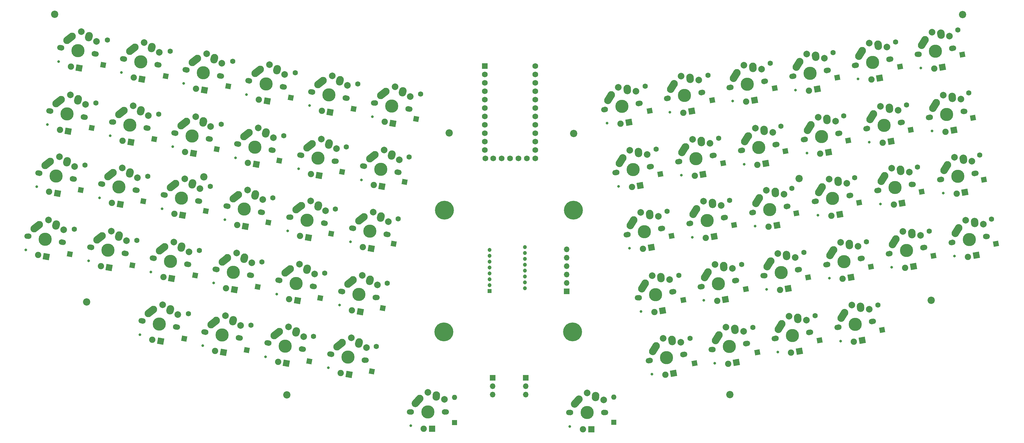
<source format=gbr>
G04 #@! TF.GenerationSoftware,KiCad,Pcbnew,(6.0.7)*
G04 #@! TF.CreationDate,2022-11-04T00:11:21-07:00*
G04 #@! TF.ProjectId,gigan rev2,67696761-6e20-4726-9576-322e6b696361,rev?*
G04 #@! TF.SameCoordinates,Original*
G04 #@! TF.FileFunction,Soldermask,Top*
G04 #@! TF.FilePolarity,Negative*
%FSLAX46Y46*%
G04 Gerber Fmt 4.6, Leading zero omitted, Abs format (unit mm)*
G04 Created by KiCad (PCBNEW (6.0.7)) date 2022-11-04 00:11:21*
%MOMM*%
%LPD*%
G01*
G04 APERTURE LIST*
G04 Aperture macros list*
%AMHorizOval*
0 Thick line with rounded ends*
0 $1 width*
0 $2 $3 position (X,Y) of the first rounded end (center of the circle)*
0 $4 $5 position (X,Y) of the second rounded end (center of the circle)*
0 Add line between two ends*
20,1,$1,$2,$3,$4,$5,0*
0 Add two circle primitives to create the rounded ends*
1,1,$1,$2,$3*
1,1,$1,$4,$5*%
%AMRotRect*
0 Rectangle, with rotation*
0 The origin of the aperture is its center*
0 $1 length*
0 $2 width*
0 $3 Rotation angle, in degrees counterclockwise*
0 Add horizontal line*
21,1,$1,$2,0,0,$3*%
G04 Aperture macros list end*
%ADD10RotRect,1.600000X1.600000X80.000000*%
%ADD11HorizOval,1.600000X0.000000X0.000000X0.000000X0.000000X0*%
%ADD12C,1.700000*%
%ADD13C,1.750000*%
%ADD14C,0.800000*%
%ADD15C,3.987800*%
%ADD16HorizOval,2.250000X0.771809X0.605175X-0.771809X-0.605175X0*%
%ADD17C,2.250000*%
%ADD18C,2.000000*%
%ADD19HorizOval,2.250000X0.069832X0.282177X-0.069832X-0.282177X0*%
%ADD20C,1.905000*%
%ADD21RotRect,1.905000X1.905000X350.000000*%
%ADD22HorizOval,2.250000X0.654995X0.730004X-0.654995X-0.730004X0*%
%ADD23HorizOval,2.250000X0.019771X0.290016X-0.019771X-0.290016X0*%
%ADD24R,1.905000X1.905000*%
%ADD25RotRect,1.600000X1.600000X100.000000*%
%ADD26HorizOval,1.600000X0.000000X0.000000X0.000000X0.000000X0*%
%ADD27HorizOval,2.250000X0.518281X0.832653X-0.518281X-0.832653X0*%
%ADD28HorizOval,2.250000X-0.030890X0.289043X0.030890X-0.289043X0*%
%ADD29RotRect,1.905000X1.905000X10.000000*%
%ADD30C,2.200000*%
%ADD31R,1.700000X1.700000*%
%ADD32O,1.700000X1.700000*%
%ADD33C,5.700000*%
%ADD34R,1.600000X1.600000*%
%ADD35O,1.600000X1.600000*%
%ADD36R,1.752600X1.752600*%
%ADD37C,1.752600*%
%ADD38R,1.200000X1.200000*%
%ADD39C,1.200000*%
G04 APERTURE END LIST*
D10*
X115993026Y-139431893D03*
D11*
X117316225Y-131927658D03*
D12*
X169954448Y-87252676D03*
D13*
X180373714Y-89089874D03*
X170368068Y-87325608D03*
D12*
X180787334Y-89162806D03*
D14*
X169500872Y-91437490D03*
D15*
X175370891Y-88207741D03*
D16*
X172831649Y-84439555D03*
D17*
X173603464Y-83834390D03*
D18*
X176395415Y-82397375D03*
X180954793Y-85333712D03*
D19*
X178684159Y-83928050D03*
D17*
X178754435Y-83645984D03*
D20*
X173238052Y-92990031D03*
D21*
X175739464Y-93431098D03*
D12*
X239878000Y-180937600D03*
D13*
X229298000Y-180937600D03*
D12*
X228878000Y-180937600D03*
D15*
X234378000Y-180937600D03*
D13*
X239458000Y-180937600D03*
D14*
X229158000Y-185137600D03*
D22*
X231222995Y-177667596D03*
D17*
X231878000Y-176937600D03*
D18*
X234378000Y-175037600D03*
D17*
X236918000Y-175857600D03*
D18*
X239378000Y-177137600D03*
D23*
X236897771Y-176147584D03*
D20*
X233108000Y-186017600D03*
D24*
X235648000Y-186017600D03*
D10*
X103660042Y-98208416D03*
D11*
X104983241Y-90704181D03*
D12*
X155248945Y-123708539D03*
D15*
X149832502Y-122753474D03*
D13*
X154835325Y-123635607D03*
X144829679Y-121871341D03*
D14*
X143962483Y-125983223D03*
D12*
X144416059Y-121798409D03*
D16*
X147293260Y-118985288D03*
D18*
X150857026Y-116943108D03*
D17*
X148065075Y-118380123D03*
X153216046Y-118191717D03*
D18*
X155416404Y-119879445D03*
D19*
X153145770Y-118473783D03*
D20*
X147699663Y-127535764D03*
D21*
X150201075Y-127976831D03*
D25*
X332100405Y-95386948D03*
D26*
X330777206Y-87882713D03*
D13*
X116863894Y-116940219D03*
D12*
X106444628Y-115103021D03*
D13*
X106858248Y-115175953D03*
D12*
X117277514Y-117013151D03*
D15*
X111861071Y-116058086D03*
D14*
X105991052Y-119287835D03*
D17*
X110093644Y-111684735D03*
D18*
X112885595Y-110247720D03*
D16*
X109321829Y-112289900D03*
D19*
X115174339Y-111778395D03*
D18*
X117444973Y-113184057D03*
D17*
X115244615Y-111496329D03*
D20*
X109728232Y-120840376D03*
D21*
X112229644Y-121281443D03*
D13*
X135824595Y-120283502D03*
D12*
X136238215Y-120356434D03*
D15*
X130821772Y-119401369D03*
D14*
X124951753Y-122631118D03*
D12*
X125405329Y-118446304D03*
D13*
X125818949Y-118519236D03*
D17*
X129054345Y-115028018D03*
D16*
X128282530Y-115633183D03*
D18*
X131846296Y-113591003D03*
D17*
X134205316Y-114839612D03*
D19*
X134135040Y-115121678D03*
D18*
X136405674Y-116527340D03*
D20*
X128688933Y-124183659D03*
D21*
X131190345Y-124624726D03*
D15*
X118438759Y-78169072D03*
D14*
X112568740Y-81398821D03*
D13*
X123441582Y-79051205D03*
D12*
X123855202Y-79124137D03*
D13*
X113435936Y-77286939D03*
D12*
X113022316Y-77214007D03*
D16*
X115899517Y-74400886D03*
D17*
X116671332Y-73795721D03*
D18*
X119463283Y-72358706D03*
X124022661Y-75295043D03*
D19*
X121752027Y-73889381D03*
D17*
X121822303Y-73607315D03*
D20*
X116305920Y-82951362D03*
D21*
X118807332Y-83392429D03*
D13*
X315578966Y-75871381D03*
D14*
X316170415Y-80031884D03*
D15*
X320581789Y-74989248D03*
D12*
X315165346Y-75944313D03*
X325998232Y-74034183D03*
D13*
X325584612Y-74107115D03*
D27*
X316906886Y-72316783D03*
D18*
X319557265Y-69178882D03*
D17*
X317425177Y-71484137D03*
D28*
X322231502Y-69834450D03*
D17*
X322201068Y-69545358D03*
D18*
X324845965Y-70378738D03*
D20*
X320213216Y-80212605D03*
D29*
X322714628Y-79771538D03*
D10*
X175965248Y-129888982D03*
D11*
X177288447Y-122384747D03*
D10*
X160359673Y-108102923D03*
D11*
X161682872Y-100598688D03*
D25*
X328839537Y-76308548D03*
D13*
X110116218Y-96406544D03*
D15*
X115119041Y-97288677D03*
D12*
X109702598Y-96333612D03*
D14*
X109249022Y-100518426D03*
D12*
X120535484Y-98243742D03*
D13*
X120121864Y-98170810D03*
D17*
X113351614Y-92915326D03*
D18*
X116143565Y-91478311D03*
D16*
X112579799Y-93520491D03*
D17*
X118502585Y-92726920D03*
D18*
X120702943Y-94414648D03*
D19*
X118432309Y-93008986D03*
D20*
X112986202Y-102070967D03*
D21*
X115487614Y-102512034D03*
D30*
X143700000Y-175603600D03*
X277456400Y-175552800D03*
D25*
X328839537Y-76308548D03*
D26*
X327516338Y-68804313D03*
D30*
X73596000Y-60440000D03*
D13*
X157127376Y-163294931D03*
D12*
X156713756Y-163221999D03*
D15*
X162130199Y-164177064D03*
D12*
X167546642Y-165132129D03*
D13*
X167133022Y-165059197D03*
D14*
X156260180Y-167406813D03*
D16*
X159590957Y-160408878D03*
D17*
X160362772Y-159803713D03*
D18*
X163154723Y-158366698D03*
D19*
X165443467Y-159897373D03*
D17*
X165513743Y-159615307D03*
D18*
X167714101Y-161303035D03*
D20*
X159997360Y-168959354D03*
D21*
X162498772Y-169400421D03*
D31*
X205879200Y-170472800D03*
D32*
X205879200Y-173012800D03*
X205879200Y-175552800D03*
D12*
X191821200Y-180734400D03*
D13*
X191401200Y-180734400D03*
D15*
X186321200Y-180734400D03*
D14*
X181101200Y-184934400D03*
D12*
X180821200Y-180734400D03*
D13*
X181241200Y-180734400D03*
D22*
X183166195Y-177464396D03*
D17*
X183821200Y-176734400D03*
D18*
X186321200Y-174834400D03*
X191321200Y-176934400D03*
D23*
X188840971Y-175944384D03*
D17*
X188861200Y-175654400D03*
D20*
X185051200Y-185814400D03*
D24*
X187591200Y-185814400D03*
D10*
X97079454Y-136406422D03*
D11*
X98402653Y-128902187D03*
D12*
X261803076Y-105058483D03*
D13*
X262216696Y-104985551D03*
D15*
X267219519Y-104103418D03*
D13*
X272222342Y-103221285D03*
D14*
X262808145Y-109146054D03*
D12*
X272635962Y-103148353D03*
D17*
X264062907Y-100598307D03*
D18*
X266194995Y-98293052D03*
D27*
X263544616Y-101430953D03*
D28*
X268869232Y-98948620D03*
D18*
X271483695Y-99492908D03*
D17*
X268838798Y-98659528D03*
D20*
X266850946Y-109326775D03*
D29*
X269352358Y-108885708D03*
D33*
X230002000Y-156569799D03*
D25*
X320061670Y-136816460D03*
D26*
X318738471Y-129312225D03*
D13*
X132504876Y-139403109D03*
D15*
X127502053Y-138520976D03*
D13*
X122499230Y-137638843D03*
D12*
X132918496Y-139476041D03*
D14*
X121632034Y-141750725D03*
D12*
X122085610Y-137565911D03*
D17*
X125734626Y-134147625D03*
D16*
X124962811Y-134752790D03*
D18*
X128526577Y-132710610D03*
D19*
X130815321Y-134241285D03*
D18*
X133085955Y-135646947D03*
D17*
X130885597Y-133959219D03*
D20*
X125369214Y-143303266D03*
D21*
X127870626Y-143744333D03*
D12*
X329418006Y-93136147D03*
D14*
X319590189Y-99133848D03*
D15*
X324001563Y-94091212D03*
D13*
X329004386Y-93209079D03*
X318998740Y-94973345D03*
D12*
X318585120Y-95046277D03*
D17*
X320844951Y-90586101D03*
D18*
X322977039Y-88280846D03*
D27*
X320326660Y-91418747D03*
D18*
X328265739Y-89480702D03*
D28*
X325651276Y-88936414D03*
D17*
X325620842Y-88647322D03*
D20*
X323632990Y-99314569D03*
D29*
X326134402Y-98873502D03*
D25*
X304544309Y-159102801D03*
D26*
X303221110Y-151598566D03*
D25*
X316488909Y-117431969D03*
D26*
X315165710Y-109927734D03*
D13*
X272323592Y-161843914D03*
X282329238Y-160079648D03*
D15*
X277326415Y-160961781D03*
D12*
X282742858Y-160006716D03*
D14*
X272915041Y-166004417D03*
D12*
X271909972Y-161916846D03*
D27*
X273651512Y-158289316D03*
D17*
X274169803Y-157456670D03*
D18*
X276301891Y-155151415D03*
X281590591Y-156351271D03*
D28*
X278976128Y-155806983D03*
D17*
X278945694Y-155517891D03*
D20*
X276957842Y-166185138D03*
D29*
X279459254Y-165744071D03*
D25*
X338981162Y-133532026D03*
D13*
X265574722Y-123737318D03*
D12*
X265161102Y-123810250D03*
D14*
X266166171Y-127897821D03*
D15*
X270577545Y-122855185D03*
D12*
X275993988Y-121900120D03*
D13*
X275580368Y-121973052D03*
D27*
X266902642Y-120182720D03*
D17*
X267420933Y-119350074D03*
D18*
X269553021Y-117044819D03*
D17*
X272196824Y-117411295D03*
D18*
X274841721Y-118244675D03*
D28*
X272227258Y-117700387D03*
D20*
X270208972Y-128078542D03*
D29*
X272710384Y-127637475D03*
D25*
X335408404Y-114147537D03*
D26*
X334085205Y-106643302D03*
D12*
X258383299Y-85956520D03*
X269216185Y-84046390D03*
D13*
X258796919Y-85883588D03*
X268802565Y-84119322D03*
D15*
X263799742Y-85001455D03*
D14*
X259388368Y-90044091D03*
D18*
X262775218Y-79191089D03*
D27*
X260124839Y-82328990D03*
D17*
X260643130Y-81496344D03*
D28*
X265449455Y-79846657D03*
D18*
X268063918Y-80390945D03*
D17*
X265419021Y-79557565D03*
D20*
X263431169Y-90224812D03*
D29*
X265932581Y-89783745D03*
D25*
X253255697Y-89687602D03*
D26*
X251932498Y-82183367D03*
D14*
X326367990Y-136987578D03*
D15*
X330779364Y-131944942D03*
D13*
X325776541Y-132827075D03*
X335782187Y-131062809D03*
D12*
X325362921Y-132900007D03*
X336195807Y-130989877D03*
D17*
X327622752Y-128439831D03*
D18*
X329754840Y-126134576D03*
D27*
X327104461Y-129272477D03*
D18*
X335043540Y-127334432D03*
D17*
X332398643Y-126501052D03*
D28*
X332429077Y-126790144D03*
D20*
X330410791Y-137168299D03*
D29*
X332912203Y-136727232D03*
D12*
X260453061Y-144345367D03*
D13*
X260039441Y-144418299D03*
D15*
X255036618Y-145300432D03*
D12*
X249620175Y-146255497D03*
D14*
X250625244Y-150343068D03*
D13*
X250033795Y-146182565D03*
D27*
X251361715Y-142627967D03*
D17*
X251880006Y-141795321D03*
D18*
X254012094Y-139490066D03*
X259300794Y-140689922D03*
D28*
X256686331Y-140145634D03*
D17*
X256655897Y-139856542D03*
D20*
X254668045Y-150523789D03*
D29*
X257169457Y-150082722D03*
D25*
X272175189Y-86403170D03*
D26*
X270851990Y-78898935D03*
D12*
X95097151Y-132807119D03*
X84264265Y-130896989D03*
D14*
X83810689Y-135081803D03*
D15*
X89680708Y-131852054D03*
D13*
X94683531Y-132734187D03*
X84677885Y-130969921D03*
D17*
X87913281Y-127478703D03*
D16*
X87141466Y-128083868D03*
D18*
X90705232Y-126041688D03*
X95264610Y-128978025D03*
D17*
X93064252Y-127290297D03*
D19*
X92993976Y-127572363D03*
D20*
X87547869Y-136634344D03*
D21*
X90049281Y-137075411D03*
D15*
X124158770Y-157481678D03*
D14*
X118288751Y-160711427D03*
D13*
X119155947Y-156599545D03*
D12*
X129575213Y-158436743D03*
X118742327Y-156526613D03*
D13*
X129161593Y-158363811D03*
D17*
X122391343Y-153108327D03*
D18*
X125183294Y-151671312D03*
D16*
X121619528Y-153713492D03*
D19*
X127472038Y-153201987D03*
D17*
X127542314Y-152919921D03*
D18*
X129742672Y-154607649D03*
D20*
X122025931Y-162263968D03*
D21*
X124527343Y-162705035D03*
D13*
X91255573Y-93080905D03*
X101261219Y-94845171D03*
D12*
X101674839Y-94918103D03*
D14*
X90388377Y-97192787D03*
D12*
X90841953Y-93007973D03*
D15*
X96258396Y-93963038D03*
D16*
X93719154Y-90194852D03*
D18*
X97282920Y-88152672D03*
D17*
X94490969Y-89589687D03*
X99641940Y-89401281D03*
D19*
X99571664Y-89683347D03*
D18*
X101842298Y-91089009D03*
D20*
X94125557Y-98745328D03*
D21*
X96626969Y-99186395D03*
D12*
X321943146Y-113798043D03*
D13*
X332362412Y-111960845D03*
D14*
X322948215Y-117885614D03*
D13*
X322356766Y-113725111D03*
D12*
X332776032Y-111887913D03*
D15*
X327359589Y-112842978D03*
D17*
X324202977Y-109337867D03*
D27*
X323684686Y-110170513D03*
D18*
X326335065Y-107032612D03*
D28*
X329009302Y-107688180D03*
D17*
X328978868Y-107399088D03*
D18*
X331623765Y-108232468D03*
D20*
X326991016Y-118066335D03*
D29*
X329492428Y-117625268D03*
D30*
X338264000Y-146952400D03*
D10*
X100352044Y-116969005D03*
D11*
X101675243Y-109464770D03*
D25*
X256516565Y-108766002D03*
D26*
X255193366Y-101261767D03*
D25*
X350908121Y-91761138D03*
D26*
X349584922Y-84256903D03*
D10*
X157051677Y-126863511D03*
D11*
X158374876Y-119359276D03*
D25*
X332100405Y-95386948D03*
D14*
X131529441Y-84742104D03*
D12*
X142815903Y-82467420D03*
X131983017Y-80557290D03*
D15*
X137399460Y-81512355D03*
D13*
X142402283Y-82394488D03*
X132396637Y-80630222D03*
D16*
X134860218Y-77744169D03*
D17*
X135632033Y-77139004D03*
D18*
X138423984Y-75701989D03*
D17*
X140783004Y-76950598D03*
D18*
X142983362Y-78638326D03*
D19*
X140712728Y-77232664D03*
D20*
X135266621Y-86294645D03*
D21*
X137768033Y-86735712D03*
D10*
X172692657Y-149326402D03*
D11*
X174015856Y-141822167D03*
D10*
X141457822Y-104718433D03*
D11*
X142781021Y-97214198D03*
D25*
X285736591Y-162728611D03*
D26*
X284413392Y-155224376D03*
D10*
X122573614Y-101233887D03*
D11*
X123896813Y-93729652D03*
D15*
X296337144Y-157609676D03*
D12*
X301753587Y-156654611D03*
D13*
X291334321Y-158491809D03*
D12*
X290920701Y-158564741D03*
D14*
X291925770Y-162652312D03*
D13*
X301339967Y-156727543D03*
D17*
X293180532Y-154104565D03*
D18*
X295312620Y-151799310D03*
D27*
X292662241Y-154937211D03*
D17*
X297956423Y-152165786D03*
D28*
X297986857Y-152454878D03*
D18*
X300601320Y-152999166D03*
D20*
X295968571Y-162833033D03*
D29*
X298469983Y-162391966D03*
D12*
X337545822Y-91702995D03*
D13*
X337959442Y-91630063D03*
D15*
X342962265Y-90747930D03*
D14*
X338550891Y-95790566D03*
D12*
X348378708Y-89792865D03*
D13*
X347965088Y-89865797D03*
D17*
X339805653Y-87242819D03*
D27*
X339287362Y-88075465D03*
D18*
X341937741Y-84937564D03*
D17*
X344581544Y-85304040D03*
D18*
X347226441Y-86137420D03*
D28*
X344611978Y-85593132D03*
D20*
X342593692Y-95971287D03*
D29*
X345095104Y-95530220D03*
D10*
X78177604Y-133021933D03*
D11*
X79500803Y-125517698D03*
D25*
X313180911Y-98671382D03*
D26*
X311857712Y-91167147D03*
D10*
X179273246Y-111128396D03*
D11*
X180596445Y-103624161D03*
D15*
X77297696Y-90619755D03*
D14*
X71427677Y-93849504D03*
D13*
X82300519Y-91501888D03*
D12*
X82714139Y-91574820D03*
D13*
X72294873Y-89737622D03*
D12*
X71881253Y-89664690D03*
D16*
X74758454Y-86851569D03*
D17*
X75530269Y-86246404D03*
D18*
X78322220Y-84809389D03*
X82881598Y-87745726D03*
D17*
X80681240Y-86057998D03*
D19*
X80610964Y-86340064D03*
D20*
X75164857Y-95402045D03*
D21*
X77666269Y-95843112D03*
D10*
X134877234Y-142916441D03*
D11*
X136200433Y-135412206D03*
D12*
X65303564Y-127553704D03*
X76136450Y-129463834D03*
D15*
X70720007Y-128508769D03*
D13*
X65717184Y-127626636D03*
D14*
X64849988Y-131738518D03*
D13*
X75722830Y-129390902D03*
D18*
X71744531Y-122698403D03*
D17*
X68952580Y-124135418D03*
D16*
X68180765Y-124740583D03*
D18*
X76303909Y-125634740D03*
D17*
X74103551Y-123947012D03*
D19*
X74033275Y-124229078D03*
D20*
X68587168Y-133291059D03*
D21*
X71088580Y-133732126D03*
D10*
X126034596Y-82190774D03*
D11*
X127357795Y-74686539D03*
D33*
X191089200Y-156569799D03*
D25*
X301124532Y-140000837D03*
D26*
X299801333Y-132496602D03*
D15*
X292958021Y-138613867D03*
D12*
X287541578Y-139568932D03*
X298374464Y-137658802D03*
D14*
X288546647Y-143656503D03*
D13*
X297960844Y-137731734D03*
X287955198Y-139496000D03*
D17*
X289801409Y-135108756D03*
D18*
X291933497Y-132803501D03*
D27*
X289283118Y-135941402D03*
D17*
X294577300Y-133169977D03*
D18*
X297222197Y-134003357D03*
D28*
X294607734Y-133459069D03*
D20*
X292589448Y-143837224D03*
D29*
X295090860Y-143396157D03*
D30*
X192722000Y-96355600D03*
D33*
X230205200Y-119688999D03*
D25*
X335408404Y-114147537D03*
D10*
X163820657Y-89059809D03*
D14*
X68169707Y-112618913D03*
D13*
X69036903Y-108507031D03*
D12*
X79456169Y-110344229D03*
D13*
X79042549Y-110271297D03*
D15*
X74039726Y-109389164D03*
D12*
X68623283Y-108434099D03*
D17*
X72272299Y-105015813D03*
D18*
X75064250Y-103578798D03*
D16*
X71500484Y-105620978D03*
D17*
X77423270Y-104827407D03*
D18*
X79623628Y-106515135D03*
D19*
X77352994Y-105109473D03*
D20*
X71906887Y-114171454D03*
D21*
X74408299Y-114612521D03*
D15*
X346320291Y-109499695D03*
D12*
X340903848Y-110454760D03*
X351736734Y-108544630D03*
D13*
X341317468Y-110381828D03*
X351323114Y-108617562D03*
D14*
X341908917Y-114542331D03*
D27*
X342645388Y-106827230D03*
D18*
X345295767Y-103689329D03*
D17*
X343163679Y-105994584D03*
D28*
X347970004Y-104344897D03*
D17*
X347939570Y-104055805D03*
D18*
X350584467Y-104889185D03*
D20*
X345951718Y-114723052D03*
D29*
X348453130Y-114281985D03*
D25*
X294243776Y-101855758D03*
D26*
X292920577Y-94351523D03*
D10*
X138149826Y-123479021D03*
D11*
X139473025Y-115974786D03*
D25*
X338981162Y-133532026D03*
D26*
X337657963Y-126027791D03*
D12*
X252949272Y-165260130D03*
D13*
X253362892Y-165187198D03*
D14*
X253954341Y-169347701D03*
D13*
X263368538Y-163422932D03*
D12*
X263782158Y-163350000D03*
D15*
X258365715Y-164305065D03*
D17*
X255209103Y-160799954D03*
D18*
X257341191Y-158494699D03*
D27*
X254690812Y-161632600D03*
D18*
X262629891Y-159694555D03*
D28*
X260015428Y-159150267D03*
D17*
X259984994Y-158861175D03*
D20*
X257997142Y-169528422D03*
D29*
X260498554Y-169087355D03*
D12*
X174209644Y-127051822D03*
D13*
X173796024Y-126978890D03*
D15*
X168793201Y-126096757D03*
D12*
X163376758Y-125141692D03*
D13*
X163790378Y-125214624D03*
D14*
X162923182Y-129326506D03*
D18*
X169817725Y-120286391D03*
D17*
X167025774Y-121723406D03*
D16*
X166253959Y-122328571D03*
D17*
X172176745Y-121535000D03*
D19*
X172106469Y-121817066D03*
D18*
X174377103Y-123222728D03*
D20*
X166660362Y-130879047D03*
D21*
X169161774Y-131320114D03*
D14*
X93708096Y-78073179D03*
D12*
X104994558Y-75798495D03*
X94161672Y-73888365D03*
D13*
X94575292Y-73961297D03*
X104580938Y-75725563D03*
D15*
X99578115Y-74843430D03*
D16*
X97038873Y-71075244D03*
D17*
X97810688Y-70470079D03*
D18*
X100602639Y-69033064D03*
D17*
X102961659Y-70281673D03*
D18*
X105162017Y-71969401D03*
D19*
X102891383Y-70563739D03*
D20*
X97445276Y-79625720D03*
D21*
X99946688Y-80066787D03*
D15*
X315297846Y-154266393D03*
D13*
X310295023Y-155148526D03*
D14*
X310886472Y-159309029D03*
D13*
X320300669Y-153384260D03*
D12*
X309881403Y-155221458D03*
X320714289Y-153311328D03*
D17*
X312141234Y-150761282D03*
D27*
X311622943Y-151593928D03*
D18*
X314273322Y-148456027D03*
D17*
X316917125Y-148822503D03*
D28*
X316947559Y-149111595D03*
D18*
X319562022Y-149655883D03*
D20*
X314929273Y-159489750D03*
D29*
X317430685Y-159048683D03*
D13*
X139082564Y-101514093D03*
D15*
X134079741Y-100631960D03*
D13*
X129076918Y-99749827D03*
D12*
X139496184Y-101587025D03*
D14*
X128209722Y-103861709D03*
D12*
X128663298Y-99676895D03*
D16*
X131540499Y-96863774D03*
D18*
X135104265Y-94821594D03*
D17*
X132312314Y-96258609D03*
D18*
X139663643Y-97757931D03*
D17*
X137463285Y-96070203D03*
D19*
X137393009Y-96352269D03*
D20*
X131946902Y-105414250D03*
D21*
X134448314Y-105855317D03*
D31*
X215836000Y-170437000D03*
D32*
X215836000Y-172977000D03*
X215836000Y-175517000D03*
D14*
X345328691Y-133644295D03*
D13*
X354742888Y-127719526D03*
X344737242Y-129483792D03*
D12*
X355156508Y-127646594D03*
X344323622Y-129556724D03*
D15*
X349740065Y-128601659D03*
D17*
X346583453Y-125096548D03*
D27*
X346065162Y-125929194D03*
D18*
X348715541Y-122791293D03*
D17*
X351359344Y-123157769D03*
D28*
X351389778Y-123446861D03*
D18*
X354004241Y-123991149D03*
D20*
X349371492Y-133825016D03*
D29*
X351872904Y-133383949D03*
D10*
X144918806Y-85675319D03*
D11*
X146242005Y-78171084D03*
D25*
X282316816Y-143626647D03*
D26*
X280993617Y-136122412D03*
D13*
X277757620Y-82540305D03*
D14*
X278349069Y-86700808D03*
D12*
X288176886Y-80703107D03*
D15*
X282760443Y-81658172D03*
D12*
X277344000Y-82613237D03*
D13*
X287763266Y-80776039D03*
D17*
X279603831Y-78153061D03*
D27*
X279085540Y-78985707D03*
D18*
X281735919Y-75847806D03*
D28*
X284410156Y-76503374D03*
D18*
X287024619Y-77047662D03*
D17*
X284379722Y-76214282D03*
D20*
X282391870Y-86881529D03*
D29*
X284893282Y-86440462D03*
D10*
X153779085Y-146300931D03*
D11*
X155102284Y-138796696D03*
D33*
X191089200Y-156569799D03*
D10*
X150459366Y-165420538D03*
D11*
X151782565Y-157916303D03*
D33*
X230002000Y-156569799D03*
D13*
X246614020Y-127080601D03*
D15*
X251616843Y-126198468D03*
D12*
X246200400Y-127153533D03*
X257033286Y-125243403D03*
D14*
X247205469Y-131241104D03*
D13*
X256619666Y-125316335D03*
D18*
X250592319Y-120388102D03*
D27*
X247941940Y-123526003D03*
D17*
X248460231Y-122693357D03*
D28*
X253266556Y-121043670D03*
D17*
X253236122Y-120754578D03*
D18*
X255881019Y-121587958D03*
D20*
X251248270Y-131421825D03*
D29*
X253749682Y-130980758D03*
D13*
X306723968Y-77432755D03*
D12*
X307137588Y-77359823D03*
X296304702Y-79269953D03*
D14*
X297309771Y-83357524D03*
D13*
X296718322Y-79197021D03*
D15*
X301721145Y-78314888D03*
D18*
X300696621Y-72504522D03*
D27*
X298046242Y-75642423D03*
D17*
X298564533Y-74809777D03*
D28*
X303370858Y-73160090D03*
D18*
X305985321Y-73704378D03*
D17*
X303340424Y-72870998D03*
D20*
X301352572Y-83538245D03*
D29*
X303853984Y-83097178D03*
D10*
X107121024Y-79165303D03*
D11*
X108444223Y-71661068D03*
D15*
X153090470Y-103984066D03*
D12*
X158506913Y-104939131D03*
D13*
X148087647Y-103101933D03*
D12*
X147674027Y-103029001D03*
D14*
X147220451Y-107213815D03*
D13*
X158093293Y-104866199D03*
D17*
X151323043Y-99610715D03*
D18*
X154114994Y-98173700D03*
D16*
X150551228Y-100215880D03*
D18*
X158674372Y-101110037D03*
D19*
X156403738Y-99704375D03*
D17*
X156474014Y-99422309D03*
D20*
X150957631Y-108766356D03*
D21*
X153459043Y-109207423D03*
D12*
X313915388Y-115213555D03*
D14*
X304087571Y-121211256D03*
D15*
X308498945Y-116168620D03*
D13*
X313501768Y-115286487D03*
X303496122Y-117050753D03*
D12*
X303082502Y-117123685D03*
D17*
X305342333Y-112663509D03*
D18*
X307474421Y-110358254D03*
D27*
X304824042Y-113496155D03*
D18*
X312763121Y-111558110D03*
D28*
X310148658Y-111013822D03*
D17*
X310118224Y-110724730D03*
D20*
X308130372Y-121391977D03*
D29*
X310631784Y-120950910D03*
D13*
X344545311Y-70763832D03*
D15*
X339542488Y-71645965D03*
D12*
X344958931Y-70690900D03*
X334126045Y-72601030D03*
D14*
X335131114Y-76688601D03*
D13*
X334539665Y-72528098D03*
D27*
X335867585Y-68973500D03*
D18*
X338517964Y-65835599D03*
D17*
X336385876Y-68140854D03*
D28*
X341192201Y-66491167D03*
D17*
X341161767Y-66202075D03*
D18*
X343806664Y-67035455D03*
D20*
X339173915Y-76869322D03*
D29*
X341675327Y-76428255D03*
D10*
X169372939Y-168446009D03*
D11*
X170696138Y-160941774D03*
D14*
X150540170Y-88094207D03*
D12*
X161826632Y-85819523D03*
D13*
X151407366Y-83982325D03*
D15*
X156410189Y-84864458D03*
D12*
X150993746Y-83909393D03*
D13*
X161413012Y-85746591D03*
D18*
X157434713Y-79054092D03*
D16*
X153870947Y-81096272D03*
D17*
X154642762Y-80491107D03*
D18*
X161994091Y-81990429D03*
D17*
X159793733Y-80302701D03*
D19*
X159723457Y-80584767D03*
D20*
X154277350Y-89646748D03*
D21*
X156778762Y-90087815D03*
D10*
X131557515Y-162036048D03*
D11*
X132880714Y-154531813D03*
D10*
X88219173Y-75780813D03*
D11*
X89542372Y-68276578D03*
D30*
X118655600Y-109665200D03*
D32*
X228181224Y-131610323D03*
X228181224Y-134150323D03*
X228181224Y-136690323D03*
X228181224Y-139230323D03*
X228181224Y-141770323D03*
D31*
X228181224Y-144310323D03*
D12*
X99781626Y-153183330D03*
X110614512Y-155093460D03*
D13*
X110200892Y-155020528D03*
D15*
X105198069Y-154138395D03*
D14*
X99328050Y-157368144D03*
D13*
X100195246Y-153256262D03*
D18*
X106222593Y-148328029D03*
D16*
X102658827Y-150370209D03*
D17*
X103430642Y-149765044D03*
D19*
X108511337Y-149858704D03*
D17*
X108581613Y-149576638D03*
D18*
X110781971Y-151264366D03*
D20*
X103065230Y-158920685D03*
D21*
X105566642Y-159361752D03*
D10*
X163820657Y-89059809D03*
D11*
X165143856Y-81555574D03*
D25*
X309920042Y-79592983D03*
D26*
X308596843Y-72088748D03*
D10*
X84758191Y-94823926D03*
D11*
X86081390Y-87319691D03*
D25*
X290982905Y-82777359D03*
D26*
X289659706Y-75273124D03*
D25*
X297551773Y-120616346D03*
D26*
X296228574Y-113112111D03*
D10*
X182734228Y-92085280D03*
D11*
X184057427Y-84581045D03*
D25*
X259824564Y-127526590D03*
D26*
X258501365Y-120022355D03*
D12*
X250255486Y-87389674D03*
D15*
X244839043Y-88344739D03*
D12*
X239422600Y-89299804D03*
D13*
X249841866Y-87462606D03*
X239836220Y-89226872D03*
D14*
X240427669Y-93387375D03*
D17*
X241682431Y-84839628D03*
D18*
X243814519Y-82534373D03*
D27*
X241164140Y-85672274D03*
D28*
X246488756Y-83189941D03*
D18*
X249103219Y-83734229D03*
D17*
X246458322Y-82900849D03*
D20*
X244470470Y-93568096D03*
D29*
X246971882Y-93127029D03*
D13*
X284535421Y-120394035D03*
D14*
X285126870Y-124554538D03*
D12*
X294954687Y-118556837D03*
X284121801Y-120466967D03*
D15*
X289538244Y-119511902D03*
D13*
X294541067Y-118629769D03*
D17*
X286381632Y-116006791D03*
D27*
X285863341Y-116839437D03*
D18*
X288513720Y-113701536D03*
D28*
X291187957Y-114357104D03*
D18*
X293802420Y-114901392D03*
D17*
X291157523Y-114068012D03*
D20*
X289169671Y-124735259D03*
D29*
X291671083Y-124294192D03*
D10*
X81450193Y-113584515D03*
D11*
X82773392Y-106080280D03*
D10*
X112673307Y-158551500D03*
D11*
X113996506Y-151047265D03*
D25*
X266817099Y-166013044D03*
D26*
X265493900Y-158508809D03*
D15*
X305140919Y-97416852D03*
D13*
X310143742Y-96534719D03*
X300138096Y-98298985D03*
D14*
X300729545Y-102459488D03*
D12*
X310557362Y-96461787D03*
X299724476Y-98371917D03*
D17*
X301984307Y-93911741D03*
D18*
X304116395Y-91606486D03*
D27*
X301466016Y-94744387D03*
D17*
X306760198Y-91972962D03*
D18*
X309405095Y-92806342D03*
D28*
X306790632Y-92262054D03*
D20*
X304772346Y-102640209D03*
D29*
X307273758Y-102199142D03*
D13*
X103538529Y-134295560D03*
D14*
X102671333Y-138407442D03*
D13*
X113544175Y-136059826D03*
D12*
X103124909Y-134222628D03*
X113957795Y-136132758D03*
D15*
X108541352Y-135177693D03*
D16*
X106002110Y-131409507D03*
D18*
X109565876Y-129367327D03*
D17*
X106773925Y-130804342D03*
D19*
X111854620Y-130898002D03*
D17*
X111924896Y-130615936D03*
D18*
X114125254Y-132303664D03*
D20*
X106408513Y-139959983D03*
D21*
X108909925Y-140401050D03*
D30*
X230314000Y-96508000D03*
D25*
X354216119Y-110521727D03*
D26*
X352892920Y-103017492D03*
D13*
X170476305Y-146098498D03*
D12*
X160057039Y-144261300D03*
D13*
X160470659Y-144334232D03*
D15*
X165473482Y-145216365D03*
D14*
X159603463Y-148446114D03*
D12*
X170889925Y-146171430D03*
D16*
X162934240Y-141448179D03*
D18*
X166498006Y-139405999D03*
D17*
X163706055Y-140843014D03*
X168857026Y-140654608D03*
D18*
X171057384Y-142342336D03*
D19*
X168786750Y-140936674D03*
D20*
X163340643Y-149998655D03*
D21*
X165842055Y-150439722D03*
D12*
X177467614Y-108282413D03*
D13*
X167048348Y-106445215D03*
X177053994Y-108209481D03*
D14*
X166181152Y-110557097D03*
D15*
X172051171Y-107327348D03*
D12*
X166634728Y-106372283D03*
D18*
X173075695Y-101516982D03*
D17*
X170283744Y-102953997D03*
D16*
X169511929Y-103559162D03*
D18*
X177635073Y-104453319D03*
D17*
X175434715Y-102765591D03*
D19*
X175364439Y-103047657D03*
D20*
X169918332Y-112109638D03*
D21*
X172419744Y-112550705D03*
D34*
X242455200Y-183934800D03*
D35*
X242455200Y-176314800D03*
D30*
X298386000Y-110173200D03*
D36*
X203440800Y-76086400D03*
D37*
X203440800Y-78626400D03*
X203440800Y-81166400D03*
X203440800Y-83706400D03*
X203440800Y-86246400D03*
X203440800Y-88786400D03*
X203440800Y-91326400D03*
X203440800Y-93866400D03*
X203440800Y-96406400D03*
X203440800Y-98946400D03*
X203440800Y-101486400D03*
X203669400Y-104026400D03*
X218680800Y-104026400D03*
X218680800Y-101486400D03*
X218680800Y-98946400D03*
X218680800Y-96406400D03*
X218680800Y-93866400D03*
X218680800Y-91326400D03*
X218680800Y-88786400D03*
X218680800Y-86246400D03*
X218680800Y-83706400D03*
X218680800Y-81166400D03*
X218680800Y-78626400D03*
X218680800Y-76086400D03*
X205980800Y-104026400D03*
X208520800Y-104026400D03*
X211060800Y-104026400D03*
X213600800Y-104026400D03*
X216140800Y-104026400D03*
D12*
X268580876Y-142912214D03*
D13*
X268994496Y-142839282D03*
D12*
X279413762Y-141002084D03*
D14*
X269585945Y-146999785D03*
D13*
X279000142Y-141075016D03*
D15*
X273997319Y-141957149D03*
D17*
X270840707Y-138452038D03*
D18*
X272972795Y-136146783D03*
D27*
X270322416Y-139284684D03*
D18*
X278261495Y-137346639D03*
D28*
X275647032Y-136802351D03*
D17*
X275616598Y-136513259D03*
D20*
X273628746Y-147180506D03*
D29*
X276130158Y-146739439D03*
D34*
X194296800Y-183985600D03*
D35*
X194296800Y-176365600D03*
D14*
X243847443Y-112489339D03*
D12*
X253675260Y-106491638D03*
D13*
X253261640Y-106564570D03*
D12*
X242842374Y-108401768D03*
D15*
X248258817Y-107446703D03*
D13*
X243255994Y-108328836D03*
D17*
X245102205Y-103941592D03*
D18*
X247234293Y-101636337D03*
D27*
X244583914Y-104774238D03*
D28*
X249908530Y-102291905D03*
D17*
X249878096Y-102002813D03*
D18*
X252522993Y-102836193D03*
D20*
X247890244Y-112670060D03*
D29*
X250391656Y-112228993D03*
D25*
X323481444Y-155918424D03*
D26*
X322158245Y-148414189D03*
D13*
X148172322Y-161715914D03*
D14*
X137299480Y-164063530D03*
D12*
X148585942Y-161788846D03*
D13*
X138166676Y-159951648D03*
D15*
X143169499Y-160833781D03*
D12*
X137753056Y-159878716D03*
D17*
X141402072Y-156460430D03*
D18*
X144194023Y-155023415D03*
D16*
X140630257Y-157065595D03*
D18*
X148753401Y-157959752D03*
D19*
X146482767Y-156554090D03*
D17*
X146553043Y-156272024D03*
D20*
X141036660Y-165616071D03*
D21*
X143538072Y-166057138D03*
D30*
X347712800Y-60541600D03*
D13*
X281177395Y-101642269D03*
D12*
X280763775Y-101715201D03*
D15*
X286180218Y-100760136D03*
D12*
X291596661Y-99805071D03*
D13*
X291183041Y-99878003D03*
D14*
X281768844Y-105802772D03*
D18*
X285155694Y-94949770D03*
D27*
X282505315Y-98087671D03*
D17*
X283023606Y-97255025D03*
D18*
X290444394Y-96149626D03*
D28*
X287829931Y-95605338D03*
D17*
X287799497Y-95316246D03*
D20*
X285811645Y-105983493D03*
D29*
X288313057Y-105542426D03*
D25*
X347647253Y-72682738D03*
D26*
X346324054Y-65178503D03*
D25*
X263397322Y-146911080D03*
D26*
X262074123Y-139406845D03*
D25*
X357788880Y-129906216D03*
D26*
X356465681Y-122401981D03*
D30*
X83248000Y-147460400D03*
D12*
X151929226Y-142828147D03*
D15*
X146512783Y-141873082D03*
D13*
X141509960Y-140990949D03*
D14*
X140642764Y-145102831D03*
D12*
X141096340Y-140918017D03*
D13*
X151515606Y-142755215D03*
D16*
X143973541Y-138104896D03*
D18*
X147537307Y-136062716D03*
D17*
X144745356Y-137499731D03*
D19*
X149826051Y-137593391D03*
D17*
X149896327Y-137311325D03*
D18*
X152096685Y-138999053D03*
D20*
X144379944Y-146655372D03*
D21*
X146881356Y-147096439D03*
D10*
X119265616Y-119994476D03*
D11*
X120588815Y-112490241D03*
D12*
X75200972Y-70545082D03*
D13*
X75614592Y-70618014D03*
X85620238Y-72382280D03*
D12*
X86033858Y-72455212D03*
D14*
X74747396Y-74729896D03*
D15*
X80617415Y-71500147D03*
D18*
X81641939Y-65689781D03*
D17*
X78849988Y-67126796D03*
D16*
X78078173Y-67731961D03*
D17*
X84000959Y-66938390D03*
D19*
X83930683Y-67220456D03*
D18*
X86201317Y-68626118D03*
D20*
X78484576Y-76282437D03*
D21*
X80985988Y-76723504D03*
D13*
X98003250Y-113614579D03*
D15*
X93000427Y-112732446D03*
D12*
X98416870Y-113687511D03*
X87583984Y-111777381D03*
D13*
X87997604Y-111850313D03*
D14*
X87130408Y-115962195D03*
D16*
X90461185Y-108964260D03*
D17*
X91233000Y-108359095D03*
D18*
X94024951Y-106922080D03*
D17*
X96383971Y-108170689D03*
D18*
X98584329Y-109858417D03*
D19*
X96313695Y-108452755D03*
D20*
X90867588Y-117514736D03*
D21*
X93369000Y-117955803D03*
D25*
X278744056Y-124242156D03*
D26*
X277420857Y-116737921D03*
D13*
X316921543Y-134388451D03*
D12*
X306502277Y-136225649D03*
D15*
X311918720Y-135270584D03*
D13*
X306915897Y-136152717D03*
D14*
X307507346Y-140313220D03*
D12*
X317335163Y-134315519D03*
D27*
X308243817Y-132598119D03*
D18*
X310894196Y-129460218D03*
D17*
X308762108Y-131765473D03*
D18*
X316182896Y-130660074D03*
D28*
X313568433Y-130115786D03*
D17*
X313537999Y-129826694D03*
D20*
X311550147Y-140493941D03*
D29*
X314051559Y-140052874D03*
D33*
X191292400Y-119688999D03*
D25*
X275436060Y-105481568D03*
D26*
X274112861Y-97977333D03*
D38*
X204917224Y-144228323D03*
D39*
X204917224Y-142448323D03*
X204917224Y-140668323D03*
X204917224Y-138888323D03*
X204917224Y-137108323D03*
X204917224Y-135328323D03*
X204917224Y-133548323D03*
X204917224Y-131768323D03*
X215617224Y-130878323D03*
X215617224Y-132658323D03*
X215617224Y-134438323D03*
X215617224Y-136218323D03*
X215617224Y-137998323D03*
X215617224Y-139778323D03*
X215617224Y-141558323D03*
X215617224Y-143338323D03*
M02*

</source>
